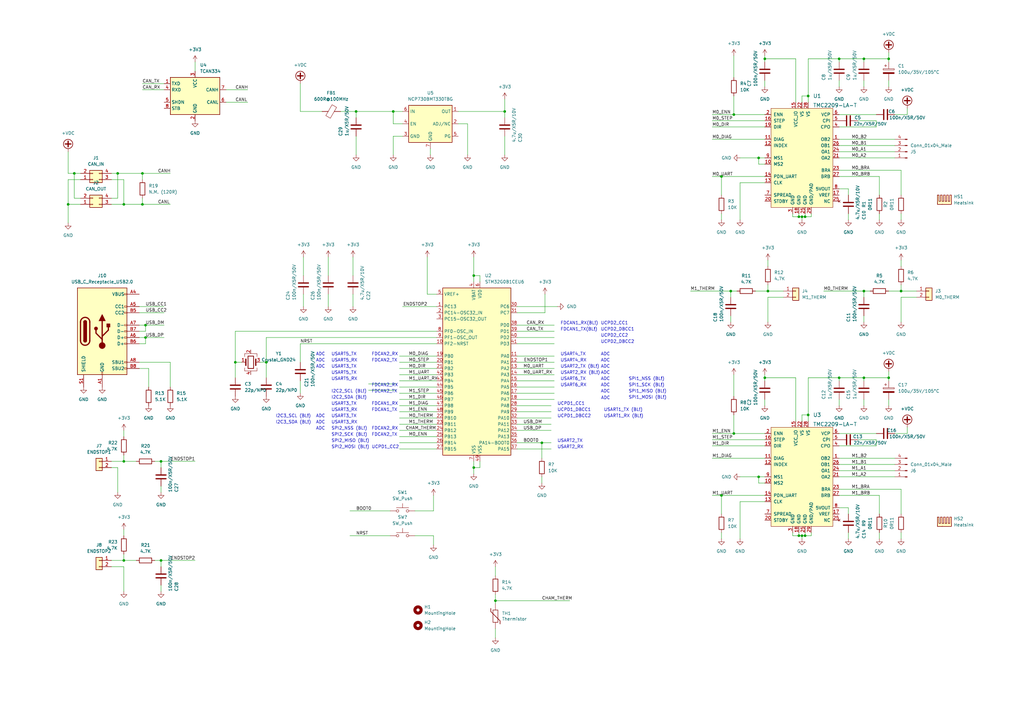
<source format=kicad_sch>
(kicad_sch (version 20211123) (generator eeschema)
  (paper "A3")
  (junction (at 311.15 195.58))
  (junction (at 66.04 189.23))
  (junction (at 364.49 24.13))
  (junction (at 311.15 64.77))
  (junction (at 314.96 119.38))
  (junction (at 58.42 83.82))
  (junction (at 50.8 83.82))
  (junction (at 109.22 148.59))
  (junction (at 50.8 189.23))
  (junction (at 59.69 138.43))
  (junction (at 59.69 133.35))
  (junction (at 203.2 246.38))
  (junction (at 48.26 71.12))
  (junction (at 369.57 119.38))
  (junction (at 194.31 113.03))
  (junction (at 295.91 203.2))
  (junction (at 331.47 170.18))
  (junction (at 66.04 229.87))
  (junction (at 313.69 24.13))
  (junction (at 30.48 71.12))
  (junction (at 328.93 88.9))
  (junction (at 330.2 219.71))
  (junction (at 222.25 181.61))
  (junction (at 161.29 45.72))
  (junction (at 354.33 24.13))
  (junction (at 327.66 88.9))
  (junction (at 364.49 154.94))
  (junction (at 27.94 83.82))
  (junction (at 354.33 154.94))
  (junction (at 354.33 119.38))
  (junction (at 194.31 191.77))
  (junction (at 328.93 219.71))
  (junction (at 50.8 229.87))
  (junction (at 313.69 154.94))
  (junction (at 330.2 88.9))
  (junction (at 300.99 46.99))
  (junction (at 58.42 71.12))
  (junction (at 344.17 24.13))
  (junction (at 344.17 154.94))
  (junction (at 295.91 72.39))
  (junction (at 300.99 177.8))
  (junction (at 207.01 45.72))
  (junction (at 146.05 45.72))
  (junction (at 96.52 148.59))
  (junction (at 327.66 219.71))
  (junction (at 299.72 119.38))
  (junction (at 331.47 39.37))
  (wire (pts (xy 66.04 240.03) (xy 66.04 242.57)))
  (wire (pts (xy 212.09 146.05) (xy 227.33 146.05)))
  (wire (pts (xy 330.2 219.71) (xy 332.74 219.71)))
  (wire (pts (xy 313.69 154.94) (xy 313.69 156.21)))
  (wire (pts (xy 222.25 181.61) (xy 226.06 181.61)))
  (wire (pts (xy 331.47 41.91) (xy 331.47 39.37)))
  (wire (pts (xy 170.18 209.55) (xy 177.8 209.55)))
  (wire (pts (xy 212.09 138.43) (xy 227.33 138.43)))
  (wire (pts (xy 58.42 71.12) (xy 58.42 73.66)))
  (wire (pts (xy 212.09 166.37) (xy 226.06 166.37)))
  (wire (pts (xy 165.1 50.8) (xy 161.29 50.8)))
  (wire (pts (xy 212.09 161.29) (xy 227.33 161.29)))
  (wire (pts (xy 57.15 138.43) (xy 59.69 138.43)))
  (wire (pts (xy 311.15 64.77) (xy 313.69 64.77)))
  (wire (pts (xy 161.29 55.88) (xy 161.29 63.5)))
  (wire (pts (xy 354.33 24.13) (xy 354.33 25.4)))
  (wire (pts (xy 326.39 24.13) (xy 326.39 41.91)))
  (wire (pts (xy 96.52 148.59) (xy 99.06 148.59)))
  (wire (pts (xy 295.91 218.44) (xy 295.91 220.98)))
  (wire (pts (xy 58.42 36.83) (xy 67.31 36.83)))
  (wire (pts (xy 151.13 157.48) (xy 162.56 157.48)))
  (wire (pts (xy 332.74 219.71) (xy 332.74 218.44)))
  (wire (pts (xy 207.01 45.72) (xy 207.01 48.26)))
  (wire (pts (xy 222.25 195.58) (xy 222.25 198.12)))
  (wire (pts (xy 45.72 73.66) (xy 50.8 73.66)))
  (wire (pts (xy 344.17 69.85) (xy 369.57 69.85)))
  (wire (pts (xy 48.26 71.12) (xy 58.42 71.12)))
  (wire (pts (xy 196.85 115.57) (xy 196.85 113.03)))
  (wire (pts (xy 45.72 71.12) (xy 48.26 71.12)))
  (wire (pts (xy 300.99 22.86) (xy 300.99 31.75)))
  (wire (pts (xy 212.09 156.21) (xy 227.33 156.21)))
  (wire (pts (xy 328.93 88.9) (xy 330.2 88.9)))
  (wire (pts (xy 179.07 120.65) (xy 175.26 120.65)))
  (wire (pts (xy 364.49 154.94) (xy 364.49 156.21)))
  (wire (pts (xy 344.17 33.02) (xy 344.17 35.56)))
  (wire (pts (xy 295.91 210.82) (xy 295.91 203.2)))
  (wire (pts (xy 50.8 232.41) (xy 50.8 242.57)))
  (wire (pts (xy 175.26 105.41) (xy 175.26 120.65)))
  (wire (pts (xy 292.1 180.34) (xy 313.69 180.34)))
  (wire (pts (xy 212.09 148.59) (xy 227.33 148.59)))
  (wire (pts (xy 313.69 198.12) (xy 311.15 198.12)))
  (wire (pts (xy 132.08 45.72) (xy 123.19 45.72)))
  (wire (pts (xy 179.07 138.43) (xy 109.22 138.43)))
  (wire (pts (xy 369.57 87.63) (xy 369.57 90.17)))
  (wire (pts (xy 50.8 229.87) (xy 45.72 229.87)))
  (wire (pts (xy 311.15 195.58) (xy 313.69 195.58)))
  (wire (pts (xy 359.41 52.07) (xy 359.41 49.53)))
  (wire (pts (xy 354.33 24.13) (xy 344.17 24.13)))
  (wire (pts (xy 360.68 203.2) (xy 360.68 210.82)))
  (wire (pts (xy 314.96 121.92) (xy 314.96 132.08)))
  (wire (pts (xy 344.17 59.69) (xy 367.03 59.69)))
  (wire (pts (xy 367.03 46.99) (xy 372.11 46.99)))
  (wire (pts (xy 292.1 187.96) (xy 313.69 187.96)))
  (wire (pts (xy 344.17 24.13) (xy 344.17 25.4)))
  (wire (pts (xy 326.39 24.13) (xy 313.69 24.13)))
  (wire (pts (xy 50.8 189.23) (xy 50.8 186.69)))
  (wire (pts (xy 196.85 189.23) (xy 196.85 191.77)))
  (wire (pts (xy 144.78 105.41) (xy 144.78 113.03)))
  (wire (pts (xy 194.31 189.23) (xy 194.31 191.77)))
  (wire (pts (xy 187.96 45.72) (xy 207.01 45.72)))
  (wire (pts (xy 69.85 158.75) (xy 69.85 148.59)))
  (wire (pts (xy 66.04 199.39) (xy 66.04 201.93)))
  (wire (pts (xy 321.31 119.38) (xy 314.96 119.38)))
  (wire (pts (xy 354.33 24.13) (xy 364.49 24.13)))
  (wire (pts (xy 92.71 41.91) (xy 101.6 41.91)))
  (wire (pts (xy 369.57 69.85) (xy 369.57 80.01)))
  (wire (pts (xy 212.09 163.83) (xy 227.33 163.83)))
  (wire (pts (xy 331.47 154.94) (xy 331.47 170.18)))
  (wire (pts (xy 207.01 40.64) (xy 207.01 45.72)))
  (wire (pts (xy 344.17 208.28) (xy 347.98 208.28)))
  (wire (pts (xy 45.72 191.77) (xy 48.26 191.77)))
  (wire (pts (xy 106.68 148.59) (xy 109.22 148.59)))
  (wire (pts (xy 292.1 57.15) (xy 313.69 57.15)))
  (wire (pts (xy 33.02 83.82) (xy 27.94 83.82)))
  (wire (pts (xy 212.09 184.15) (xy 226.06 184.15)))
  (wire (pts (xy 299.72 129.54) (xy 299.72 132.08)))
  (wire (pts (xy 212.09 168.91) (xy 226.06 168.91)))
  (wire (pts (xy 328.93 219.71) (xy 330.2 219.71)))
  (wire (pts (xy 344.17 193.04) (xy 367.03 193.04)))
  (wire (pts (xy 292.1 52.07) (xy 313.69 52.07)))
  (wire (pts (xy 328.93 88.9) (xy 328.93 90.17)))
  (wire (pts (xy 109.22 138.43) (xy 109.22 148.59)))
  (wire (pts (xy 344.17 195.58) (xy 367.03 195.58)))
  (wire (pts (xy 163.83 146.05) (xy 179.07 146.05)))
  (wire (pts (xy 59.69 135.89) (xy 59.69 133.35)))
  (wire (pts (xy 179.07 135.89) (xy 96.52 135.89)))
  (wire (pts (xy 303.53 195.58) (xy 311.15 195.58)))
  (wire (pts (xy 123.19 156.21) (xy 123.19 161.29)))
  (wire (pts (xy 354.33 154.94) (xy 354.33 156.21)))
  (wire (pts (xy 66.04 229.87) (xy 63.5 229.87)))
  (wire (pts (xy 163.83 161.29) (xy 179.07 161.29)))
  (wire (pts (xy 330.2 88.9) (xy 332.74 88.9)))
  (wire (pts (xy 311.15 67.31) (xy 311.15 64.77)))
  (wire (pts (xy 80.01 229.87) (xy 66.04 229.87)))
  (wire (pts (xy 344.17 77.47) (xy 347.98 77.47)))
  (wire (pts (xy 50.8 189.23) (xy 45.72 189.23)))
  (wire (pts (xy 165.1 55.88) (xy 161.29 55.88)))
  (wire (pts (xy 344.17 203.2) (xy 360.68 203.2)))
  (wire (pts (xy 165.1 125.73) (xy 179.07 125.73)))
  (wire (pts (xy 144.78 120.65) (xy 144.78 125.73)))
  (wire (pts (xy 33.02 71.12) (xy 30.48 71.12)))
  (wire (pts (xy 123.19 148.59) (xy 123.19 140.97)))
  (wire (pts (xy 96.52 135.89) (xy 96.52 148.59)))
  (wire (pts (xy 354.33 33.02) (xy 354.33 35.56)))
  (wire (pts (xy 314.96 119.38) (xy 314.96 116.84)))
  (wire (pts (xy 57.15 151.13) (xy 60.96 151.13)))
  (wire (pts (xy 212.09 176.53) (xy 226.06 176.53)))
  (wire (pts (xy 364.49 33.02) (xy 364.49 35.56)))
  (wire (pts (xy 292.1 203.2) (xy 295.91 203.2)))
  (wire (pts (xy 191.77 50.8) (xy 191.77 63.5)))
  (wire (pts (xy 50.8 176.53) (xy 50.8 179.07)))
  (wire (pts (xy 347.98 87.63) (xy 347.98 90.17)))
  (wire (pts (xy 326.39 154.94) (xy 326.39 172.72)))
  (wire (pts (xy 295.91 87.63) (xy 295.91 90.17)))
  (wire (pts (xy 203.2 246.38) (xy 203.2 247.65)))
  (wire (pts (xy 300.99 170.18) (xy 300.99 177.8)))
  (wire (pts (xy 57.15 128.27) (xy 67.31 128.27)))
  (wire (pts (xy 351.79 180.34) (xy 359.41 180.34)))
  (wire (pts (xy 163.83 168.91) (xy 179.07 168.91)))
  (wire (pts (xy 347.98 77.47) (xy 347.98 80.01)))
  (wire (pts (xy 60.96 151.13) (xy 60.96 158.75)))
  (wire (pts (xy 327.66 87.63) (xy 327.66 88.9)))
  (wire (pts (xy 80.01 189.23) (xy 66.04 189.23)))
  (wire (pts (xy 212.09 171.45) (xy 226.06 171.45)))
  (wire (pts (xy 344.17 200.66) (xy 369.57 200.66)))
  (wire (pts (xy 109.22 148.59) (xy 109.22 154.94)))
  (wire (pts (xy 330.2 218.44) (xy 330.2 219.71)))
  (wire (pts (xy 151.13 160.02) (xy 162.56 160.02)))
  (wire (pts (xy 364.49 24.13) (xy 364.49 25.4)))
  (wire (pts (xy 300.99 39.37) (xy 300.99 46.99)))
  (wire (pts (xy 212.09 140.97) (xy 227.33 140.97)))
  (wire (pts (xy 176.53 60.96) (xy 176.53 63.5)))
  (wire (pts (xy 80.01 25.4) (xy 80.01 29.21)))
  (wire (pts (xy 360.68 72.39) (xy 360.68 80.01)))
  (wire (pts (xy 170.18 219.71) (xy 177.8 219.71)))
  (wire (pts (xy 203.2 243.84) (xy 203.2 246.38)))
  (wire (pts (xy 344.17 154.94) (xy 344.17 156.21)))
  (wire (pts (xy 360.68 218.44) (xy 360.68 220.98)))
  (wire (pts (xy 313.69 22.86) (xy 313.69 24.13)))
  (wire (pts (xy 314.96 106.68) (xy 314.96 109.22)))
  (wire (pts (xy 303.53 205.74) (xy 303.53 220.98)))
  (wire (pts (xy 212.09 181.61) (xy 222.25 181.61)))
  (wire (pts (xy 163.83 173.99) (xy 179.07 173.99)))
  (wire (pts (xy 123.19 34.29) (xy 123.19 45.72)))
  (wire (pts (xy 344.17 24.13) (xy 331.47 24.13)))
  (wire (pts (xy 163.83 156.21) (xy 179.07 156.21)))
  (wire (pts (xy 50.8 83.82) (xy 58.42 83.82)))
  (wire (pts (xy 326.39 154.94) (xy 313.69 154.94)))
  (wire (pts (xy 57.15 140.97) (xy 59.69 140.97)))
  (wire (pts (xy 212.09 151.13) (xy 227.33 151.13)))
  (wire (pts (xy 50.8 229.87) (xy 50.8 227.33)))
  (wire (pts (xy 360.68 87.63) (xy 360.68 90.17)))
  (wire (pts (xy 344.17 187.96) (xy 367.03 187.96)))
  (wire (pts (xy 328.93 170.18) (xy 328.93 172.72)))
  (wire (pts (xy 292.1 46.99) (xy 300.99 46.99)))
  (wire (pts (xy 375.92 121.92) (xy 369.57 121.92)))
  (wire (pts (xy 45.72 81.28) (xy 48.26 81.28)))
  (wire (pts (xy 372.11 177.8) (xy 372.11 175.26)))
  (wire (pts (xy 303.53 205.74) (xy 313.69 205.74)))
  (wire (pts (xy 212.09 173.99) (xy 226.06 173.99)))
  (wire (pts (xy 359.41 46.99) (xy 344.17 46.99)))
  (wire (pts (xy 292.1 182.88) (xy 313.69 182.88)))
  (wire (pts (xy 203.2 257.81) (xy 203.2 261.62)))
  (wire (pts (xy 344.17 64.77) (xy 367.03 64.77)))
  (wire (pts (xy 66.04 189.23) (xy 63.5 189.23)))
  (wire (pts (xy 203.2 246.38) (xy 233.68 246.38)))
  (wire (pts (xy 134.62 120.65) (xy 134.62 125.73)))
  (wire (pts (xy 57.15 135.89) (xy 59.69 135.89)))
  (wire (pts (xy 328.93 219.71) (xy 328.93 220.98)))
  (wire (pts (xy 207.01 55.88) (xy 207.01 63.5)))
  (wire (pts (xy 55.88 229.87) (xy 50.8 229.87)))
  (wire (pts (xy 313.69 24.13) (xy 313.69 25.4)))
  (wire (pts (xy 59.69 133.35) (xy 67.31 133.35)))
  (wire (pts (xy 347.98 218.44) (xy 347.98 220.98)))
  (wire (pts (xy 344.17 57.15) (xy 367.03 57.15)))
  (wire (pts (xy 33.02 81.28) (xy 30.48 81.28)))
  (wire (pts (xy 27.94 62.23) (xy 27.94 71.12)))
  (wire (pts (xy 50.8 232.41) (xy 45.72 232.41)))
  (wire (pts (xy 187.96 50.8) (xy 191.77 50.8)))
  (wire (pts (xy 295.91 203.2) (xy 313.69 203.2)))
  (wire (pts (xy 295.91 80.01) (xy 295.91 72.39)))
  (wire (pts (xy 212.09 128.27) (xy 223.52 128.27)))
  (wire (pts (xy 331.47 172.72) (xy 331.47 170.18)))
  (wire (pts (xy 196.85 113.03) (xy 194.31 113.03)))
  (wire (pts (xy 372.11 46.99) (xy 372.11 44.45)))
  (wire (pts (xy 212.09 133.35) (xy 227.33 133.35)))
  (wire (pts (xy 223.52 120.65) (xy 223.52 128.27)))
  (wire (pts (xy 134.62 105.41) (xy 134.62 113.03)))
  (wire (pts (xy 163.83 148.59) (xy 179.07 148.59)))
  (wire (pts (xy 354.33 119.38) (xy 354.33 121.92)))
  (wire (pts (xy 354.33 154.94) (xy 344.17 154.94)))
  (wire (pts (xy 299.72 119.38) (xy 299.72 121.92)))
  (wire (pts (xy 327.66 219.71) (xy 328.93 219.71)))
  (wire (pts (xy 96.52 148.59) (xy 96.52 154.94)))
  (wire (pts (xy 321.31 121.92) (xy 314.96 121.92)))
  (wire (pts (xy 160.02 209.55) (xy 143.51 209.55)))
  (wire (pts (xy 364.49 163.83) (xy 364.49 166.37)))
  (wire (pts (xy 33.02 73.66) (xy 27.94 73.66)))
  (wire (pts (xy 292.1 49.53) (xy 313.69 49.53)))
  (wire (pts (xy 59.69 140.97) (xy 59.69 138.43)))
  (wire (pts (xy 139.7 45.72) (xy 146.05 45.72)))
  (wire (pts (xy 194.31 191.77) (xy 194.31 194.31)))
  (wire (pts (xy 212.09 125.73) (xy 228.6 125.73)))
  (wire (pts (xy 311.15 198.12) (xy 311.15 195.58)))
  (wire (pts (xy 356.87 119.38) (xy 354.33 119.38)))
  (wire (pts (xy 163.83 153.67) (xy 179.07 153.67)))
  (wire (pts (xy 194.31 113.03) (xy 194.31 115.57)))
  (wire (pts (xy 45.72 83.82) (xy 50.8 83.82)))
  (wire (pts (xy 163.83 184.15) (xy 179.07 184.15)))
  (wire (pts (xy 344.17 154.94) (xy 331.47 154.94)))
  (wire (pts (xy 123.19 140.97) (xy 179.07 140.97)))
  (wire (pts (xy 364.49 152.4) (xy 364.49 154.94)))
  (wire (pts (xy 58.42 83.82) (xy 69.85 83.82)))
  (wire (pts (xy 283.21 119.38) (xy 299.72 119.38)))
  (wire (pts (xy 359.41 182.88) (xy 359.41 180.34)))
  (wire (pts (xy 163.83 151.13) (xy 179.07 151.13)))
  (wire (pts (xy 143.51 219.71) (xy 160.02 219.71)))
  (wire (pts (xy 66.04 189.23) (xy 66.04 191.77)))
  (wire (pts (xy 327.66 218.44) (xy 327.66 219.71)))
  (wire (pts (xy 375.92 119.38) (xy 369.57 119.38)))
  (wire (pts (xy 48.26 81.28) (xy 48.26 71.12)))
  (wire (pts (xy 367.03 177.8) (xy 372.11 177.8)))
  (wire (pts (xy 313.69 33.02) (xy 313.69 35.56)))
  (wire (pts (xy 30.48 81.28) (xy 30.48 71.12)))
  (wire (pts (xy 351.79 49.53) (xy 359.41 49.53)))
  (wire (pts (xy 292.1 72.39) (xy 295.91 72.39)))
  (wire (pts (xy 369.57 121.92) (xy 369.57 132.08)))
  (wire (pts (xy 27.94 73.66) (xy 27.94 83.82)))
  (wire (pts (xy 354.33 163.83) (xy 354.33 166.37)))
  (wire (pts (xy 331.47 170.18) (xy 328.93 170.18)))
  (wire (pts (xy 177.8 219.71) (xy 177.8 223.52)))
  (wire (pts (xy 303.53 74.93) (xy 303.53 90.17)))
  (wire (pts (xy 344.17 182.88) (xy 359.41 182.88)))
  (wire (pts (xy 57.15 125.73) (xy 67.31 125.73)))
  (wire (pts (xy 58.42 81.28) (xy 58.42 83.82)))
  (wire (pts (xy 146.05 55.88) (xy 146.05 63.5)))
  (wire (pts (xy 146.05 45.72) (xy 161.29 45.72)))
  (wire (pts (xy 325.12 88.9) (xy 327.66 88.9)))
  (wire (pts (xy 69.85 148.59) (xy 57.15 148.59)))
  (wire (pts (xy 359.41 177.8) (xy 344.17 177.8)))
  (wire (pts (xy 292.1 177.8) (xy 300.99 177.8)))
  (wire (pts (xy 328.93 39.37) (xy 328.93 41.91)))
  (wire (pts (xy 58.42 34.29) (xy 67.31 34.29)))
  (wire (pts (xy 295.91 72.39) (xy 313.69 72.39)))
  (wire (pts (xy 177.8 203.2) (xy 177.8 209.55)))
  (wire (pts (xy 347.98 208.28) (xy 347.98 210.82)))
  (wire (pts (xy 124.46 105.41) (xy 124.46 113.03)))
  (wire (pts (xy 331.47 39.37) (xy 328.93 39.37)))
  (wire (pts (xy 30.48 71.12) (xy 27.94 71.12)))
  (wire (pts (xy 92.71 36.83) (xy 101.6 36.83)))
  (wire (pts (xy 163.83 179.07) (xy 179.07 179.07)))
  (wire (pts (xy 300.99 153.67) (xy 300.99 162.56)))
  (wire (pts (xy 332.74 88.9) (xy 332.74 87.63)))
  (wire (pts (xy 364.49 119.38) (xy 369.57 119.38)))
  (wire (pts (xy 325.12 87.63) (xy 325.12 88.9)))
  (wire (pts (xy 369.57 119.38) (xy 369.57 116.84)))
  (wire (pts (xy 354.33 154.94) (xy 364.49 154.94)))
  (wire (pts (xy 313.69 177.8) (xy 300.99 177.8)))
  (wire (pts (xy 344.17 163.83) (xy 344.17 166.37)))
  (wire (pts (xy 303.53 74.93) (xy 313.69 74.93)))
  (wire (pts (xy 124.46 120.65) (xy 124.46 125.73)))
  (wire (pts (xy 325.12 218.44) (xy 325.12 219.71)))
  (wire (pts (xy 369.57 106.68) (xy 369.57 109.22)))
  (wire (pts (xy 66.04 229.87) (xy 66.04 232.41)))
  (wire (pts (xy 331.47 24.13) (xy 331.47 39.37)))
  (wire (pts (xy 369.57 218.44) (xy 369.57 220.98)))
  (wire (pts (xy 302.26 119.38) (xy 299.72 119.38)))
  (wire (pts (xy 303.53 64.77) (xy 311.15 64.77)))
  (wire (pts (xy 344.17 190.5) (xy 367.03 190.5)))
  (wire (pts (xy 196.85 191.77) (xy 194.31 191.77)))
  (wire (pts (xy 161.29 45.72) (xy 165.1 45.72)))
  (wire (pts (xy 58.42 71.12) (xy 69.85 71.12)))
  (wire (pts (xy 344.17 52.07) (xy 359.41 52.07)))
  (wire (pts (xy 344.17 72.39) (xy 360.68 72.39)))
  (wire (pts (xy 163.83 166.37) (xy 179.07 166.37)))
  (wire (pts (xy 337.82 119.38) (xy 354.33 119.38)))
  (wire (pts (xy 212.09 153.67) (xy 227.33 153.67)))
  (wire (pts (xy 364.49 21.59) (xy 364.49 24.13)))
  (wire (pts (xy 313.69 163.83) (xy 313.69 166.37)))
  (wire (pts (xy 309.88 119.38) (xy 314.96 119.38)))
  (wire (pts (xy 59.69 138.43) (xy 67.31 138.43)))
  (wire (pts (xy 344.17 62.23) (xy 367.03 62.23)))
  (wire (pts (xy 325.12 219.71) (xy 327.66 219.71)))
  (wire (pts (xy 330.2 87.63) (xy 330.2 88.9)))
  (wire (pts (xy 163.83 158.75) (xy 179.07 158.75)))
  (wire (pts (xy 369.57 200.66) (xy 369.57 210.82)))
  (wire (pts (xy 50.8 217.17) (xy 50.8 219.71)))
  (wire (pts (xy 146.05 48.26) (xy 146.05 45.72)))
  (wire (pts (xy 313.69 153.67) (xy 313.69 154.94)))
  (wire (pts (xy 222.25 181.61) (xy 222.25 187.96)))
  (wire (pts (xy 212.09 135.89) (xy 227.33 135.89)))
  (wire (pts (xy 161.29 50.8) (xy 161.29 45.72)))
  (wire (pts (xy 313.69 67.31) (xy 311.15 67.31)))
  (wire (pts (xy 48.26 191.77) (xy 48.26 201.93)))
  (wire (pts (xy 50.8 83.82) (xy 50.8 73.66)))
  (wire (pts (xy 212.09 158.75) (xy 227.33 158.75)))
  (wire (pts (xy 163.83 163.83) (xy 179.07 163.83)))
  (wire (pts (xy 163.83 171.45) (xy 179.07 171.45)))
  (wire (pts (xy 163.83 176.53) (xy 179.07 176.53)))
  (wire (pts (xy 27.94 83.82) (xy 27.94 91.44)))
  (wire (pts (xy 163.83 181.61) (xy 179.07 181.61)))
  (wire (pts (xy 313.69 46.99) (xy 300.99 46.99)))
  (wire (pts (xy 354.33 129.54) (xy 354.33 132.08)))
  (wire (pts (xy 57.15 133.35) (xy 59.69 133.35)))
  (wire (pts (xy 203.2 232.41) (xy 203.2 236.22)))
  (wire (pts (xy 327.66 88.9) (xy 328.93 88.9)))
  (wire (pts (xy 55.88 189.23) (xy 50.8 189.23)))
  (wire (pts (xy 194.31 105.41) (xy 194.31 113.03)))
  (text "SPI2_MOSI (BL!)" (at 135.89 184.15 0) (effects (font (size 1.27 1.27)) (justify left bottom)))
  (text "USART5_RX" (at 135.89 148.59 0) (effects (font (size 1.27 1.27)) (justify left bottom)))
  (text "ADC" (at 129.54 146.05 0) (effects (font (size 1.27 1.27)) (justify left bottom)))
  (text "USART4_RX" (at 229.87 148.59 0) (effects (font (size 1.27 1.27)) (justify left bottom)))
  (text "UCPD2_DBCC1" (at 246.38 135.89 0) (effects (font (size 1.27 1.27)) (justify left bottom)))
  (text "ADC" (at 246.38 146.05 0) (effects (font (size 1.27 1.27)) (justify left bottom)))
  (text "serial port" (at 203.2 -26.67 0) (effects (font (size 1.27 1.27)) (justify left bottom)))
  (text "FDCAN2_RX" (at 152.4 146.05 0) (effects (font (size 1.27 1.27)) (justify left bottom)))
  (text "UCPD1_CC2" (at 152.4 184.15 0) (effects (font (size 1.27 1.27)) (justify left bottom)))
  (text "USART3_TX" (at 135.89 151.13 0) (effects (font (size 1.27 1.27)) (justify left bottom)))
  (text "FDCAN2_RX" (at 152.4 176.53 0) (effects (font (size 1.27 1.27)) (justify left bottom)))
  (text "ADC" (at 129.54 173.99 0) (effects (font (size 1.27 1.27)) (justify left bottom)))
  (text "USART4_TX" (at 229.87 146.05 0) (effects (font (size 1.27 1.27)) (justify left bottom)))
  (text "ADC" (at 246.38 156.21 0) (effects (font (size 1.27 1.27)) (justify left bottom)))
  (text "ADC" (at 246.38 151.13 0) (effects (font (size 1.27 1.27)) (justify left bottom)))
  (text "FDCAN2_TX" (at 152.4 179.07 0) (effects (font (size 1.27 1.27)) (justify left bottom)))
  (text "FDCAN1_RX" (at 152.4 166.37 0) (effects (font (size 1.27 1.27)) (justify left bottom)))
  (text "UCPD1_CC1" (at 228.6 166.37 0) (effects (font (size 1.27 1.27)) (justify left bottom)))
  (text "SPI1_SCK (BL!)" (at 257.81 158.75 0) (effects (font (size 1.27 1.27)) (justify left bottom)))
  (text "SPI2_MISO (BL!)" (at 135.89 181.61 0) (effects (font (size 1.27 1.27)) (justify left bottom)))
  (text "USART1_TX (BL!)" (at 247.65 168.91 0) (effects (font (size 1.27 1.27)) (justify left bottom)))
  (text "USART2_TX" (at 228.6 181.61 0) (effects (font (size 1.27 1.27)) (justify left bottom)))
  (text "I2C3_SDA (BL!)" (at 113.03 173.99 0) (effects (font (size 1.27 1.27)) (justify left bottom)))
  (text "USART3_TX" (at 135.89 171.45 0) (effects (font (size 1.27 1.27)) (justify left bottom)))
  (text "USART2_TX (BL!)" (at 229.87 151.13 0) (effects (font (size 1.27 1.27)) (justify left bottom)))
  (text "FDCAN2_RX" (at 152.4 158.75 0) (effects (font (size 1.27 1.27)) (justify left bottom)))
  (text "USART5_TX" (at 135.89 153.67 0) (effects (font (size 1.27 1.27)) (justify left bottom)))
  (text "ADC" (at 246.4449 164.0435 0) (effects (font (size 1.27 1.27)) (justify left bottom)))
  (text "I2C3_SCL (BL!)" (at 113.03 171.45 0) (effects (font (size 1.27 1.27)) (justify left bottom)))
  (text "SPI1_MOSI (BL!)" (at 257.81 163.83 0) (effects (font (size 1.27 1.27)) (justify left bottom)))
  (text "ADC" (at 129.54 171.45 0) (effects (font (size 1.27 1.27)) (justify left bottom)))
  (text "SPI2_SCK (BL!)" (at 135.89 179.07 0) (effects (font (size 1.27 1.27)) (justify left bottom)))
  (text "FDCAN2_TX" (at 152.4 148.59 0) (effects (font (size 1.27 1.27)) (justify left bottom)))
  (text "FDCAN1_TX(BL!)" (at 229.87 135.89 0) (effects (font (size 1.27 1.27)) (justify left bottom)))
  (text "ADC" (at 129.54 151.13 0) (effects (font (size 1.27 1.27)) (justify left bottom)))
  (text "USART5_TX" (at 135.89 146.05 0) (effects (font (size 1.27 1.27)) (justify left bottom)))
  (text "USART5_RX" (at 135.89 156.21 0) (effects (font (size 1.27 1.27)) (justify left bottom)))
  (text "ADC" (at 246.38 161.29 0) (effects (font (size 1.27 1.27)) (justify left bottom)))
  (text "USART2_RX" (at 228.6 184.15 0) (effects (font (size 1.27 1.27)) (justify left bottom)))
  (text "USART3_RX" (at 135.89 168.91 0) (effects (font (size 1.27 1.27)) (justify left bottom)))
  (text "I2C2_SCL (BL!)" (at 135.89 161.29 0) (effects (font (size 1.27 1.27)) (justify left bottom)))
  (text "USART3_TX" (at 135.89 166.37 0) (effects (font (size 1.27 1.27)) (justify left bottom)))
  (text "FDCAN1_RX(BL!)" (at 229.87 133.35 0) (effects (font (size 1.27 1.27)) (justify left bottom)))
  (text "FDCAN1_TX" (at 152.4 168.91 0) (effects (font (size 1.27 1.27)) (justify left bottom)))
  (text "USART2_RX (BL!)" (at 229.87 153.67 0) (effects (font (size 1.27 1.27)) (justify left bottom)))
  (text "USART3_RX" (at 135.89 173.99 0) (effects (font (size 1.27 1.27)) (justify left bottom)))
  (text "USART1_RX (BL!)" (at 247.65 171.45 0) (effects (font (size 1.27 1.27)) (justify left bottom)))
  (text "SPI2_NSS (BL!)" (at 135.89 176.53 0) (effects (font (size 1.27 1.27)) (justify left bottom)))
  (text "USB Type-C upright\nC2763103\nC3039300\nC3039301\nC3151747\nC3151746" (at 214.63 -13.97 0) (effects (font (size 1.27 1.27)) (justify left bottom)))
  (text "ADC" (at 246.38 148.59 0) (effects (font (size 1.27 1.27)) (justify left bottom)))
  (text "USART6_RX" (at 229.87 158.75 0) (effects (font (size 1.27 1.27)) (justify left bottom)))
  (text "UCPD1_DBCC1" (at 228.6 168.91 0) (effects (font (size 1.27 1.27)) (justify left bottom)))
  (text "Achtung mit UARTS im Bootloader Modus\n" (at 156.21 -2.54 0) (effects (font (size 1.27 1.27)) (justify left bottom)))
  (text "I2C2_SDA (BL!)" (at 135.89 163.83 0) (effects (font (size 1.27 1.27)) (justify left bottom)))
  (text "ADC" (at 129.54 148.59 0) (effects (font (size 1.27 1.27)) (justify left bottom)))
  (text "SPI1_NSS (BL!)" (at 257.81 156.21 0) (effects (font (size 1.27 1.27)) (justify left bottom)))
  (text "ADC" (at 246.38 158.75 0) (effects (font (size 1.27 1.27)) (justify left bottom)))
  (text "FDCAN2_TX" (at 152.4 161.29 0) (effects (font (size 1.27 1.27)) (justify left bottom)))
  (text "UCPD2_CC2" (at 246.38 138.43 0) (effects (font (size 1.27 1.27)) (justify left bottom)))
  (text "SPI1_MISO (BL!)" (at 257.81 161.29 0) (effects (font (size 1.27 1.27)) (justify left bottom)))
  (text "ADC" (at 129.54 176.53 0) (effects (font (size 1.27 1.27)) (justify left bottom)))
  (text "UCPD2_CC1" (at 246.38 133.35 0) (effects (font (size 1.27 1.27)) (justify left bottom)))
  (text "UCPD1_DBCC2" (at 228.6 171.45 0) (effects (font (size 1.27 1.27)) (justify left bottom)))
  (text "UCPD2_DBCC2" (at 246.38 140.97 0) (effects (font (size 1.27 1.27)) (justify left bottom)))
  (text "ADC" (at 246.38 153.67 0) (effects (font (size 1.27 1.27)) (justify left bottom)))
  (text "USART6_TX" (at 229.87 156.21 0) (effects (font (size 1.27 1.27)) (justify left bottom)))
  (label "M1_DIR" (at 292.1 182.88 0))
  (label "USB_DM" (at 59.69 133.35 0))
  (label "M0_DIAG" (at 292.1 57.15 0))
  (label "ENDSTOP1" (at 224.79 148.59 180))
  (label "CANL" (at 96.52 41.91 0))
  (label "M1_THERM" (at 167.64 173.99 0))
  (label "M0_STEP" (at 292.1 49.53 0))
  (label "USB_CC2" (at 59.69 128.27 0))
  (label "M0_BRB" (at 349.25 72.39 0))
  (label "USB_DP" (at 214.63 176.53 0))
  (label "BOOT0" (at 146.05 209.55 0))
  (label "CANH" (at 96.52 36.83 0))
  (label "BOOT0" (at 214.63 181.61 0))
  (label "M0_DIR" (at 167.64 151.13 0))
  (label "M0_DIAG" (at 167.64 146.05 0))
  (label "M1_UART_RX" (at 167.64 156.21 0))
  (label "M0_UART" (at 214.63 151.13 0))
  (label "M1_BRB" (at 349.25 203.2 0))
  (label "M1_ENN" (at 292.1 177.8 0))
  (label "M0_THERM" (at 167.64 171.45 0))
  (label "M1_DIAG" (at 292.1 187.96 0))
  (label "M0_ENN" (at 167.64 179.07 0))
  (label "M1_THERM" (at 283.21 119.38 0))
  (label "M1_B2" (at 349.25 187.96 0))
  (label "ENDSTOP1" (at 80.01 189.23 180))
  (label "M1_STEP" (at 167.64 161.29 0))
  (label "M1_B1" (at 349.25 190.5 0))
  (label "CAN_TX" (at 215.9 135.89 0))
  (label "M0_BRA" (at 349.25 69.85 0))
  (label "CANL" (at 64.77 83.82 0))
  (label "M0_THERM" (at 337.82 119.38 0))
  (label "M0_UART" (at 292.1 72.39 0))
  (label "NRST" (at 146.05 219.71 0))
  (label "M1_STEP" (at 292.1 180.34 0))
  (label "M1_DIR" (at 167.64 163.83 0))
  (label "CAN_TX" (at 58.42 34.29 0))
  (label "M0_ENN" (at 292.1 46.99 0))
  (label "M0_A2" (at 349.25 64.77 0))
  (label "M0_STEP" (at 167.64 148.59 0))
  (label "USB_CC1" (at 59.69 125.73 0))
  (label "M1_BRA" (at 349.25 200.66 0))
  (label "CAN_RX" (at 58.42 36.83 0))
  (label "USB_DP" (at 59.69 138.43 0))
  (label "M1_A2" (at 349.25 195.58 0))
  (label "M0_A1" (at 349.25 62.23 0))
  (label "M1_UART" (at 167.64 153.67 0))
  (label "USB_DM" (at 214.63 173.99 0))
  (label "M1_DIAG" (at 167.64 166.37 0))
  (label "CHAM_THERM" (at 166.37 176.53 0))
  (label "M0_B1" (at 349.25 59.69 0))
  (label "CHAM_THERM" (at 222.25 246.38 0))
  (label "ENDSTOP2" (at 80.01 229.87 180))
  (label "CANH" (at 64.77 71.12 0))
  (label "M0_UART_RX" (at 214.63 153.67 0))
  (label "NRST" (at 123.19 140.97 0))
  (label "M1_ENN" (at 167.64 168.91 0))
  (label "ENDSTOP2" (at 175.26 125.73 180))
  (label "M0_B2" (at 349.25 57.15 0))
  (label "M1_A1" (at 349.25 193.04 0))
  (label "M1_UART" (at 292.1 203.2 0))
  (label "CAN_RX" (at 215.9 133.35 0))
  (label "M0_DIR" (at 292.1 52.07 0))
  (symbol (lib_id "Connector_Generic:Conn_01x02") (at 326.39 119.38 0) (unit 1)
    (property "Reference" "J4" (at 328.93 119.3799 0) (effects (justify left)))
    (property "Value" "M1_THERM" (at 328.93 121.9199 0) (effects (justify left)))
    (property "Footprint" "Connector_JST:JST_PH_B2B-PH-K_1x02_P2.00mm_Vertical" (effects hide))
  )
  (symbol (lib_id "Device:C") (at 124.46 116.84 180) (unit 1)
    (property "Reference" "C24" (at 118.11 123.19 90) (effects (justify right)))
    (property "Value" "100n/X5R/50V" (at 120.65 123.19 90) (effects (justify right)))
    (property "Footprint" "Capacitor_SMD:C_0603_1608Metric" (effects hide))
  )
  (symbol (lib_id "Device:C") (at 313.69 29.21 180) (unit 1)
    (property "Reference" "C7" (at 307.34 35.56 90) (effects (justify right)))
    (property "Value" "100n/X5R/50V" (at 309.88 35.56 90) (effects (justify right)))
    (property "Footprint" "Capacitor_SMD:C_0603_1608Metric" (effects hide))
  )
  (symbol (lib_id "power:+3V3") (at 124.46 105.41 0) (unit 1)
    (property "Reference" "#PWR0163" (effects hide))
    (property "Value" "+3V3" (at 124.46 100.33 0))
  )
  (symbol (lib_id "power:GND") (at 303.53 220.98 0) (unit 1)
    (property "Reference" "#PWR0135" (effects hide))
    (property "Value" "GND" (at 303.53 226.06 0))
  )
  (symbol (lib_id "Device:R") (at 59.69 229.87 270) (mirror x) (unit 1)
    (property "Reference" "R21" (at 59.69 223.5702 90))
    (property "Value" "4.7K" (at 59.69 226.1102 90))
    (property "Footprint" "Resistor_SMD:R_0603_1608Metric" (effects hide))
  )
  (symbol (lib_id "Device:R") (at 69.85 162.56 0) (mirror y) (unit 1)
    (property "Reference" "R15" (at 72.39 161.2899 0) (effects (justify right)))
    (property "Value" "5.1K" (at 72.39 163.8299 0) (effects (justify right)))
    (property "Footprint" "Resistor_SMD:R_0603_1608Metric" (effects hide))
  )
  (symbol (lib_id "power:GND") (at 369.57 220.98 0) (unit 1)
    (property "Reference" "#PWR0127" (effects hide))
    (property "Value" "GND" (at 369.57 226.06 0))
  )
  (symbol (lib_id "power:+3V3") (at 50.8 217.17 0) (mirror y) (unit 1)
    (property "Reference" "#PWR0166" (effects hide))
    (property "Value" "+3V3" (at 50.8 212.09 0))
  )
  (symbol (lib_id "Device:C") (at 347.98 180.34 270) (unit 1)
    (property "Reference" "C13" (at 351.79 179.07 90))
    (property "Value" "22n/X5R/50V" (at 356.87 181.61 90))
    (property "Footprint" "Capacitor_SMD:C_0603_1608Metric" (effects hide))
  )
  (symbol (lib_id "Device:R") (at 306.07 119.38 90) (unit 1)
    (property "Reference" "R11" (at 306.07 113.0802 90))
    (property "Value" "4.7K" (at 306.07 115.6202 90))
    (property "Footprint" "Resistor_SMD:R_0603_1608Metric" (effects hide))
  )
  (symbol (lib_id "power:GND") (at 123.19 161.29 0) (unit 1)
    (property "Reference" "#PWR0152" (effects hide))
    (property "Value" "GND" (at 123.19 166.37 0))
  )
  (symbol (lib_id "Connector_Generic:Conn_01x02") (at 381 119.38 0) (unit 1)
    (property "Reference" "J3" (at 383.54 119.3799 0) (effects (justify left)))
    (property "Value" "M0_THERM" (at 383.54 121.9199 0) (effects (justify left)))
    (property "Footprint" "Connector_JST:JST_PH_B2B-PH-K_1x02_P2.00mm_Vertical" (effects hide))
  )
  (symbol (lib_id "Device:R") (at 300.99 166.37 0) (unit 1)
    (property "Reference" "R8" (at 303.53 165.0999 0) (effects (justify left)))
    (property "Value" "10K" (at 303.53 167.6399 0) (effects (justify left)))
    (property "Footprint" "Resistor_SMD:R_0603_1608Metric" (effects hide))
  )
  (symbol (lib_id "Interface_CAN_LIN:TCAN334") (at 80.01 39.37 0) (unit 1)
    (property "Reference" "U4" (at 82.0294 26.67 0) (effects (justify left)))
    (property "Value" "TCAN334" (at 82.0294 29.21 0) (effects (justify left)))
    (property "Footprint" "Package_TO_SOT_SMD:SOT-23-8" (effects hide))
    (property "Datasheet" "http://www.ti.com/lit/ds/symlink/tcan337.pdf" (effects hide))
  )
  (symbol (lib_id "Device:C") (at 146.05 52.07 180) (unit 1)
    (property "Reference" "C29" (at 139.7 55.88 90) (effects (justify right)))
    (property "Value" "1u/X5R/50V" (at 142.24 55.88 90) (effects (justify right)))
    (property "Footprint" "Capacitor_SMD:C_0805_2012Metric" (effects hide))
  )
  (symbol (lib_id "Device:R") (at 222.25 191.77 0) (unit 1)
    (property "Reference" "R?" (at 224.79 190.4999 0) (effects (justify left)))
    (property "Value" "10K" (at 224.79 193.0399 0) (effects (justify left)))
    (property "Footprint" "Resistor_SMD:R_0603_1608Metric" (effects hide))
  )
  (symbol (lib_id "Device:R") (at 314.96 113.03 0) (unit 1)
    (property "Reference" "R12" (at 317.5 111.7599 0) (effects (justify left)))
    (property "Value" "4.7K" (at 317.5 114.2999 0) (effects (justify left)))
    (property "Footprint" "Resistor_SMD:R_0603_1608Metric" (effects hide))
  )
  (symbol (lib_id "Mechanical:Heatsink") (at 387.35 83.82 0) (unit 1)
    (property "Reference" "HS1" (at 391.16 80.6449 0) (effects (justify left)))
    (property "Value" "Heatsink" (at 391.16 83.1849 0) (effects (justify left)))
    (property "Footprint" "Project:TMC2209-Heatsink" (effects hide))
  )
  (symbol (lib_id "power:GND") (at 41.91 158.75 0) (unit 1)
    (property "Reference" "#PWR0153" (effects hide))
    (property "Value" "GND" (at 41.91 163.83 0))
  )
  (symbol (lib_id "power:GND") (at 369.57 132.08 0) (unit 1)
    (property "Reference" "#PWR0119" (effects hide))
    (property "Value" "GND" (at 369.57 137.16 0))
  )
  (symbol (lib_id "power:GND") (at 66.04 201.93 0) (mirror y) (unit 1)
    (property "Reference" "#PWR0165" (effects hide))
    (property "Value" "GND" (at 66.04 207.01 0))
  )
  (symbol (lib_id "Device:C_Polarized") (at 364.49 29.21 0) (unit 1)
    (property "Reference" "C1" (at 368.3 27.0509 0) (effects (justify left)))
    (property "Value" "100u/35V/105°C" (at 368.3 29.5909 0) (effects (justify left)))
    (property "Footprint" "Capacitor_THT:CP_Radial_D6.3mm_P2.50mm" (effects hide))
  )
  (symbol (lib_id "Device:C") (at 354.33 125.73 180) (unit 1)
    (property "Reference" "C11" (at 347.98 132.08 90) (effects (justify right)))
    (property "Value" "100n/X5R/50V" (at 350.52 132.08 90) (effects (justify right)))
    (property "Footprint" "Capacitor_SMD:C_0603_1608Metric" (effects hide))
  )
  (symbol (lib_id "power:+VDC") (at 364.49 152.4 0) (unit 1)
    (property "Reference" "#PWR0126" (effects hide))
    (property "Value" "+VDC" (at 364.49 144.78 0))
  )
  (symbol (lib_id "Device:C") (at 134.62 116.84 180) (unit 1)
    (property "Reference" "C26" (at 128.27 123.19 90) (effects (justify right)))
    (property "Value" "100n/X5R/50V" (at 130.81 123.19 90) (effects (justify right)))
    (property "Footprint" "Capacitor_SMD:C_0603_1608Metric" (effects hide))
  )
  (symbol (lib_id "Device:R") (at 369.57 214.63 180) (unit 1)
    (property "Reference" "R10" (at 363.22 214.63 90))
    (property "Value" "0R11" (at 365.76 214.63 90))
    (property "Footprint" "Resistor_SMD:R_1206_3216Metric" (effects hide))
  )
  (symbol (lib_id "power:GND") (at 207.01 63.5 0) (unit 1)
    (property "Reference" "#PWR0177" (effects hide))
    (property "Value" "GND" (at 207.01 68.58 0))
  )
  (symbol (lib_id "Device:C") (at 299.72 125.73 180) (unit 1)
    (property "Reference" "C18" (at 293.37 132.08 90) (effects (justify right)))
    (property "Value" "100n/X5R/50V" (at 295.91 132.08 90) (effects (justify right)))
    (property "Footprint" "Capacitor_SMD:C_0603_1608Metric" (effects hide))
  )
  (symbol (lib_id "power:+VDC") (at 364.49 21.59 0) (unit 1)
    (property "Reference" "#PWR0103" (effects hide))
    (property "Value" "+VDC" (at 364.49 13.97 0))
  )
  (symbol (lib_name "TMC2209-LA-T_1") (lib_id "Project:TMC2209-LA-T") (at 341.63 44.45 0) (unit 1)
    (property "Reference" "U1" (at 333.4894 39.37 0) (effects (font (size 1.524 1.524)) (justify left)))
    (property "Value" "TMC2209-LA-T" (at 333.4894 43.18 0) (effects (font (size 1.524 1.524)) (justify left)))
    (property "Footprint" "Project:QFN-28-1EP_5x5mm_P0.5mm_EP3.35x3.35mm" (effects hide))
    (property "Datasheet" "https://www.trinamic.com/fileadmin/assets/Products/ICs_Documents/TMC2209_Datasheet_V103.pdf" (effects hide))
    (property "Digi-Key_PN" "1460-1398-2-ND" (effects hide))
    (property "MPN" "TMC2209-LA-T" (effects hide))
    (property "Category" "Integrated Circuits (ICs)" (effects hide))
    (property "Family" "PMIC - Motor Drivers, Controllers" (effects hide))
    (property "Description" "IC MTR DRV BIPOLAR 5.5-36V 28QFN" (effects hide))
    (property "Manufacturer" "Trinamic Motion Control GmbH" (effects hide))
    (property "Status" "Active" (effects hide))
  )
  (symbol (lib_id "power:GND") (at 369.57 90.17 0) (unit 1)
    (property "Reference" "#PWR0117" (effects hide))
    (property "Value" "GND" (at 369.57 95.25 0))
  )
  (symbol (lib_id "Project:STM32G0B1CxU") (at 181.61 118.11 0) (unit 1)
    (property "Reference" "U2" (at 198.8694 113.03 0) (effects (justify left)))
    (property "Value" "STM32G0B1CEU6" (at 198.8694 115.57 0) (effects (justify left)))
    (property "Footprint" "Package_DFN_QFN:QFN-48-1EP_7x7mm_P0.5mm_EP5.6x5.6mm" (effects hide))
  )
  (symbol (lib_id "power:GND") (at 96.52 162.56 0) (unit 1)
    (property "Reference" "#PWR0102" (effects hide))
    (property "Value" "GND" (at 96.52 167.64 0))
  )
  (symbol (lib_id "Connector_Generic:Conn_02x02_Top_Bottom") (at 38.1 73.66 0) (mirror x) (unit 1)
    (property "Reference" "J1" (at 39.37 64.77 0))
    (property "Value" "CAN_IN" (at 39.37 67.31 0))
    (property "Footprint" "Project:Molex_Micro-Fit_3.0_43045-0412_2x02_P3.00mm_Vertical" (effects hide))
  )
  (symbol (lib_id "power:GND") (at 360.68 220.98 0) (unit 1)
    (property "Reference" "#PWR0128" (effects hide))
    (property "Value" "GND" (at 360.68 226.06 0))
  )
  (symbol (lib_id "Device:C") (at 347.98 214.63 180) (unit 1)
    (property "Reference" "C14" (at 354.33 220.98 90) (effects (justify right)))
    (property "Value" "4.7u/X5R/10V" (at 351.79 220.98 90) (effects (justify right)))
    (property "Footprint" "Capacitor_SMD:C_0603_1608Metric" (effects hide))
  )
  (symbol (lib_id "power:GND") (at 313.69 166.37 0) (unit 1)
    (property "Reference" "#PWR0125" (effects hide))
    (property "Value" "GND" (at 313.69 171.45 0))
  )
  (symbol (lib_id "Connector:Conn_01x04_Male") (at 372.11 193.04 180) (unit 1)
    (property "Reference" "J6" (at 373.38 193.0401 0) (effects (justify right)))
    (property "Value" "Conn_01x04_Male" (at 373.38 190.5001 0) (effects (justify right)))
    (property "Footprint" "Connector_JST:JST_XA_B04B-XASK-1_1x04_P2.50mm_Vertical" (effects hide))
  )
  (symbol (lib_id "power:GND") (at 177.8 223.52 0) (unit 1)
    (property "Reference" "#PWR?" (effects hide))
    (property "Value" "GND" (at 177.8 228.6 0))
  )
  (symbol (lib_id "power:GND") (at 303.53 64.77 270) (unit 1)
    (property "Reference" "#PWR0115" (effects hide))
    (property "Value" "GND" (at 295.91 64.77 90) (effects (justify left)))
  )
  (symbol (lib_id "power:+3V3") (at 314.96 106.68 0) (unit 1)
    (property "Reference" "#PWR0137" (effects hide))
    (property "Value" "+3V3" (at 314.96 101.6 0))
  )
  (symbol (lib_id "power:+3V3") (at 207.01 40.64 0) (unit 1)
    (property "Reference" "#PWR0176" (effects hide))
    (property "Value" "+3V3" (at 207.01 35.56 0))
  )
  (symbol (lib_id "power:+3V3") (at 369.57 106.68 0) (unit 1)
    (property "Reference" "#PWR0118" (effects hide))
    (property "Value" "+3V3" (at 369.57 101.6 0))
  )
  (symbol (lib_id "power:GND") (at 344.17 166.37 0) (unit 1)
    (property "Reference" "#PWR0121" (effects hide))
    (property "Value" "GND" (at 344.17 171.45 0))
  )
  (symbol (lib_id "power:GND") (at 295.91 90.17 0) (unit 1)
    (property "Reference" "#PWR0110" (effects hide))
    (property "Value" "GND" (at 295.91 95.25 0))
  )
  (symbol (lib_id "Connector_Generic:Conn_02x02_Top_Bottom") (at 38.1 83.82 0) (mirror x) (unit 1)
    (property "Reference" "J2" (at 39.37 74.93 0))
    (property "Value" "CAN_OUT" (at 39.37 77.47 0))
    (property "Footprint" "Project:Molex_Micro-Fit_3.0_43045-0412_2x02_P3.00mm_Vertical" (effects hide))
  )
  (symbol (lib_id "power:GND") (at 364.49 166.37 0) (unit 1)
    (property "Reference" "#PWR0123" (effects hide))
    (property "Value" "GND" (at 364.49 171.45 0))
  )
  (symbol (lib_id "power:GND") (at 228.6 125.73 90) (unit 1)
    (property "Reference" "#PWR0155" (effects hide))
    (property "Value" "GND" (at 232.41 125.7299 90) (effects (justify right)))
  )
  (symbol (lib_id "power:GND") (at 50.8 242.57 0) (mirror y) (unit 1)
    (property "Reference" "#PWR0168" (effects hide))
    (property "Value" "GND" (at 50.8 247.65 0))
  )
  (symbol (lib_id "Device:C_Polarized") (at 364.49 160.02 0) (unit 1)
    (property "Reference" "C17" (at 368.3 157.8609 0) (effects (justify left)))
    (property "Value" "100u/35V/105°C" (at 368.3 160.4009 0) (effects (justify left)))
    (property "Footprint" "Capacitor_THT:CP_Radial_D6.3mm_P2.50mm" (effects hide))
  )
  (symbol (lib_id "Device:R") (at 50.8 182.88 0) (mirror y) (unit 1)
    (property "Reference" "R22" (at 48.26 181.6099 0) (effects (justify left)))
    (property "Value" "4.7K" (at 48.26 184.1499 0) (effects (justify left)))
    (property "Footprint" "Resistor_SMD:R_0603_1608Metric" (effects hide))
  )
  (symbol (lib_id "power:GND") (at 203.2 261.62 0) (unit 1)
    (property "Reference" "#PWR0147" (effects hide))
    (property "Value" "GND" (at 203.2 266.7 0))
  )
  (symbol (lib_id "power:+3V3") (at 144.78 105.41 0) (unit 1)
    (property "Reference" "#PWR0144" (effects hide))
    (property "Value" "+3V3" (at 144.78 100.33 0))
  )
  (symbol (lib_id "power:+3V3") (at 203.2 232.41 0) (unit 1)
    (property "Reference" "#PWR0146" (effects hide))
    (property "Value" "+3V3" (at 203.2 227.33 0))
  )
  (symbol (lib_id "power:GND") (at 347.98 90.17 0) (unit 1)
    (property "Reference" "#PWR0109" (effects hide))
    (property "Value" "GND" (at 347.98 95.25 0))
  )
  (symbol (lib_id "Device:Crystal_GND24") (at 102.87 148.59 0) (unit 1)
    (property "Reference" "Y1" (at 114.3 145.0086 0))
    (property "Value" "Crystal_GND24" (at 114.3 147.5486 0))
    (property "Footprint" "Crystal:Crystal_SMD_3225-4Pin_3.2x2.5mm" (effects hide))
  )
  (symbol (lib_id "power:+3V3") (at 194.31 105.41 0) (unit 1)
    (property "Reference" "#PWR0143" (effects hide))
    (property "Value" "+3V3" (at 194.31 100.33 0))
  )
  (symbol (lib_id "power:+3V3") (at 300.99 22.86 0) (unit 1)
    (property "Reference" "#PWR0113" (effects hide))
    (property "Value" "+3V3" (at 300.99 17.78 0))
  )
  (symbol (lib_id "power:GND") (at 222.25 198.12 0) (unit 1)
    (property "Reference" "#PWR?" (effects hide))
    (property "Value" "GND" (at 222.25 203.2 0))
  )
  (symbol (lib_id "Connector:USB_C_Receptacle_USB2.0") (at 41.91 135.89 0) (unit 1)
    (property "Reference" "J10" (at 41.91 113.03 0))
    (property "Value" "USB_C_Receptacle_USB2.0" (at 41.91 115.57 0))
    (property "Footprint" "Project:TYPE-C 16PLC-H10.0" (effects hide))
    (property "Datasheet" "https://www.usb.org/sites/default/files/documents/usb_type-c.zip" (effects hide))
  )
  (symbol (lib_id "Device:C") (at 344.17 160.02 180) (unit 1)
    (property "Reference" "C12" (at 337.82 163.83 90) (effects (justify right)))
    (property "Value" "1u/X5R/50V" (at 340.36 163.83 90) (effects (justify right)))
    (property "Footprint" "Capacitor_SMD:C_0805_2012Metric" (effects hide))
  )
  (symbol (lib_id "Device:C") (at 66.04 236.22 0) (mirror x) (unit 1)
    (property "Reference" "C28" (at 72.39 242.57 90) (effects (justify right)))
    (property "Value" "100n/X5R/50V" (at 69.85 242.57 90) (effects (justify right)))
    (property "Footprint" "Capacitor_SMD:C_0603_1608Metric" (effects hide))
  )
  (symbol (lib_id "Device:C") (at 347.98 49.53 270) (unit 1)
    (property "Reference" "C5" (at 351.79 48.26 90))
    (property "Value" "22n/X5R/50V" (at 356.87 50.8 90))
    (property "Footprint" "Capacitor_SMD:C_0603_1608Metric" (effects hide))
  )
  (symbol (lib_id "power:GND") (at 313.69 35.56 0) (unit 1)
    (property "Reference" "#PWR0114" (effects hide))
    (property "Value" "GND" (at 313.69 40.64 0))
  )
  (symbol (lib_id "Device:R") (at 203.2 240.03 0) (unit 1)
    (property "Reference" "R14" (at 205.74 238.7599 0) (effects (justify left)))
    (property "Value" "4.7K" (at 205.74 241.2999 0) (effects (justify left)))
    (property "Footprint" "Resistor_SMD:R_0603_1608Metric" (effects hide))
  )
  (symbol (lib_id "Device:C") (at 354.33 29.21 180) (unit 1)
    (property "Reference" "C9" (at 347.98 33.02 90) (effects (justify right)))
    (property "Value" "1u/X5R/50V" (at 350.52 33.02 90) (effects (justify right)))
    (property "Footprint" "Capacitor_SMD:C_0805_2012Metric" (effects hide))
  )
  (symbol (lib_id "power:GND") (at 134.62 125.73 0) (unit 1)
    (property "Reference" "#PWR0162" (effects hide))
    (property "Value" "GND" (at 134.62 130.81 0))
  )
  (symbol (lib_id "Switch:SW_Push") (at 165.1 219.71 0) (unit 1)
    (property "Reference" "SW?" (at 165.1 212.09 0))
    (property "Value" "SW_Push" (at 165.1 214.63 0))
    (property "Footprint" "Button_Switch_SMD:SW_SPST_CK_RS282G05A3" (effects hide))
  )
  (symbol (lib_id "power:+3V3") (at 313.69 22.86 0) (unit 1)
    (property "Reference" "#PWR0112" (effects hide))
    (property "Value" "+3V3" (at 313.69 17.78 0))
  )
  (symbol (lib_id "Device:C") (at 109.22 158.75 180) (unit 1)
    (property "Reference" "C4" (at 113.03 157.4799 0) (effects (justify right)))
    (property "Value" "22p/NP0" (at 113.03 160.0199 0) (effects (justify right)))
    (property "Footprint" "Capacitor_SMD:C_0603_1608Metric" (effects hide))
  )
  (symbol (lib_id "power:GND") (at 66.04 242.57 0) (mirror y) (unit 1)
    (property "Reference" "#PWR0169" (effects hide))
    (property "Value" "GND" (at 66.04 247.65 0))
  )
  (symbol (lib_id "Mechanical:MountingHole") (at 171.45 250.19 0) (unit 1)
    (property "Reference" "H1" (at 173.99 248.9199 0) (effects (justify left)))
    (property "Value" "MountingHole" (at 173.99 251.4599 0) (effects (justify left)))
    (property "Footprint" "MountingHole:MountingHole_3.2mm_M3_DIN965" (effects hide))
  )
  (symbol (lib_id "power:+VDC") (at 123.19 34.29 0) (unit 1)
    (property "Reference" "#PWR0175" (effects hide))
    (property "Value" "+VDC" (at 123.19 26.67 0))
  )
  (symbol (lib_id "Device:R") (at 369.57 83.82 180) (unit 1)
    (property "Reference" "R2" (at 363.22 83.82 90))
    (property "Value" "0R11" (at 365.76 83.82 90))
    (property "Footprint" "Resistor_SMD:R_1206_3216Metric" (effects hide))
  )
  (symbol (lib_id "power:GND") (at 328.93 220.98 0) (unit 1)
    (property "Reference" "#PWR0129" (effects hide))
    (property "Value" "GND" (at 328.93 226.06 0))
  )
  (symbol (lib_id "power:+3V3") (at 134.62 105.41 0) (unit 1)
    (property "Reference" "#PWR0158" (effects hide))
    (property "Value" "+3V3" (at 134.62 100.33 0))
  )
  (symbol (lib_id "Device:C") (at 354.33 160.02 180) (unit 1)
    (property "Reference" "C15" (at 347.98 163.83 90) (effects (justify right)))
    (property "Value" "1u/X5R/50V" (at 350.52 163.83 90) (effects (justify right)))
    (property "Footprint" "Capacitor_SMD:C_0805_2012Metric" (effects hide))
  )
  (symbol (lib_id "Mechanical:Heatsink") (at 387.35 215.9 0) (unit 1)
    (property "Reference" "HS2" (at 391.16 212.7249 0) (effects (justify left)))
    (property "Value" "Heatsink" (at 391.16 215.2649 0) (effects (justify left)))
    (property "Footprint" "Project:TMC2209-Heatsink" (effects hide))
  )
  (symbol (lib_id "power:GND") (at 194.31 194.31 0) (unit 1)
    (property "Reference" "#PWR0145" (effects hide))
    (property "Value" "GND" (at 194.31 199.39 0))
  )
  (symbol (lib_id "power:GND") (at 80.01 49.53 0) (unit 1)
    (property "Reference" "#PWR0142" (effects hide))
    (property "Value" "GND" (at 80.01 54.61 0))
  )
  (symbol (lib_id "Device:R") (at 59.69 189.23 270) (mirror x) (unit 1)
    (property "Reference" "R20" (at 59.69 182.9302 90))
    (property "Value" "4.7K" (at 59.69 185.4702 90))
    (property "Footprint" "Resistor_SMD:R_0603_1608Metric" (effects hide))
  )
  (symbol (lib_id "Device:R") (at 60.96 162.56 0) (mirror y) (unit 1)
    (property "Reference" "R13" (at 63.5 161.2899 0) (effects (justify right)))
    (property "Value" "5.1K" (at 63.5 163.8299 0) (effects (justify right)))
    (property "Footprint" "Resistor_SMD:R_0603_1608Metric" (effects hide))
  )
  (symbol (lib_id "Mechanical:MountingHole") (at 171.45 256.54 0) (unit 1)
    (property "Reference" "H2" (at 173.99 255.2699 0) (effects (justify left)))
    (property "Value" "MountingHole" (at 173.99 257.8099 0) (effects (justify left)))
    (property "Footprint" "MountingHole:MountingHole_3.2mm_M3_DIN965" (effects hide))
  )
  (symbol (lib_id "power:GND") (at 364.49 35.56 0) (unit 1)
    (property "Reference" "#PWR0104" (effects hide))
    (property "Value" "GND" (at 364.49 40.64 0))
  )
  (symbol (lib_id "Device:C") (at 207.01 52.07 180) (unit 1)
    (property "Reference" "C30" (at 213.36 58.42 90) (effects (justify right)))
    (property "Value" "4.7u/X5R/10V" (at 210.82 58.42 90) (effects (justify right)))
    (property "Footprint" "Capacitor_SMD:C_0603_1608Metric" (effects hide))
  )
  (symbol (lib_id "Device:R") (at 360.68 83.82 180) (unit 1)
    (property "Reference" "R1" (at 354.33 83.82 90))
    (property "Value" "0R11" (at 356.87 83.82 90))
    (property "Footprint" "Resistor_SMD:R_1206_3216Metric" (effects hide))
  )
  (symbol (lib_id "power:+VDC") (at 372.11 44.45 0) (unit 1)
    (property "Reference" "#PWR0105" (effects hide))
    (property "Value" "+VDC" (at 372.11 36.83 0))
  )
  (symbol (lib_id "power:GND") (at 144.78 125.73 0) (unit 1)
    (property "Reference" "#PWR0154" (effects hide))
    (property "Value" "GND" (at 144.78 130.81 0))
  )
  (symbol (lib_id "Connector:Conn_01x04_Male") (at 372.11 62.23 180) (unit 1)
    (property "Reference" "J5" (at 373.38 62.2301 0) (effects (justify right)))
    (property "Value" "Conn_01x04_Male" (at 373.38 59.6901 0) (effects (justify right)))
    (property "Footprint" "Connector_JST:JST_XA_B04B-XASK-1_1x04_P2.50mm_Vertical" (effects hide))
  )
  (symbol (lib_id "Device:C") (at 363.22 46.99 90) (unit 1)
    (property "Reference" "C6" (at 365.76 45.72 90))
    (property "Value" "100n/X5R/50V" (at 372.11 48.26 90))
    (property "Footprint" "Capacitor_SMD:C_0603_1608Metric" (effects hide))
  )
  (symbol (lib_id "power:GND") (at 69.85 166.37 0) (unit 1)
    (property "Reference" "#PWR0150" (effects hide))
    (property "Value" "GND" (at 69.85 171.45 0))
  )
  (symbol (lib_id "power:GND") (at 303.53 90.17 0) (unit 1)
    (property "Reference" "#PWR0111" (effects hide))
    (property "Value" "GND" (at 303.53 95.25 0))
  )
  (symbol (lib_id "power:+3V3") (at 50.8 176.53 0) (mirror y) (unit 1)
    (property "Reference" "#PWR0170" (effects hide))
    (property "Value" "+3V3" (at 50.8 171.45 0))
  )
  (symbol (lib_id "power:GND") (at 344.17 35.56 0) (unit 1)
    (property "Reference" "#PWR0106" (effects hide))
    (property "Value" "GND" (at 344.17 40.64 0))
  )
  (symbol (lib_id "power:GND") (at 354.33 166.37 0) (unit 1)
    (property "Reference" "#PWR0122" (effects hide))
    (property "Value" "GND" (at 354.33 171.45 0))
  )
  (symbol (lib_id "power:GND") (at 354.33 35.56 0) (unit 1)
    (property "Reference" "#PWR0107" (effects hide))
    (property "Value" "GND" (at 354.33 40.64 0))
  )
  (symbol (lib_id "power:GND") (at 347.98 220.98 0) (unit 1)
    (property "Reference" "#PWR0130" (effects hide))
    (property "Value" "GND" (at 347.98 226.06 0))
  )
  (symbol (lib_id "Device:C") (at 96.52 158.75 180) (unit 1)
    (property "Reference" "C3" (at 100.33 157.4799 0) (effects (justify right)))
    (property "Value" "22p/NP0" (at 100.33 160.0199 0) (effects (justify right)))
    (property "Footprint" "Capacitor_SMD:C_0603_1608Metric" (effects hide))
  )
  (symbol (lib_id "Device:R") (at 360.68 214.63 180) (unit 1)
    (property "Reference" "R9" (at 354.33 214.63 90))
    (property "Value" "0R11" (at 356.87 214.63 90))
    (property "Footprint" "Resistor_SMD:R_1206_3216Metric" (effects hide))
  )
  (symbol (lib_id "power:GND") (at 124.46 125.73 0) (unit 1)
    (property "Reference" "#PWR0160" (effects hide))
    (property "Value" "GND" (at 124.46 130.81 0))
  )
  (symbol (lib_id "power:+VDC") (at 27.94 62.23 0) (unit 1)
    (property "Reference" "#PWR0140" (effects hide))
    (property "Value" "+VDC" (at 27.94 54.61 0))
  )
  (symbol (lib_id "Device:R") (at 360.68 119.38 90) (unit 1)
    (property "Reference" "R5" (at 360.68 113.0802 90))
    (property "Value" "4.7K" (at 360.68 115.6202 90))
    (property "Footprint" "Resistor_SMD:R_0603_1608Metric" (effects hide))
  )
  (symbol (lib_id "Device:C") (at 347.98 83.82 180) (unit 1)
    (property "Reference" "C10" (at 354.33 90.17 90) (effects (justify right)))
    (property "Value" "4.7u/X5R/10V" (at 351.79 90.17 90) (effects (justify right)))
    (property "Footprint" "Capacitor_SMD:C_0603_1608Metric" (effects hide))
  )
  (symbol (lib_id "power:+3V3") (at 300.99 153.67 0) (unit 1)
    (property "Reference" "#PWR0132" (effects hide))
    (property "Value" "+3V3" (at 300.99 148.59 0))
  )
  (symbol (lib_id "power:+3V3") (at 223.52 120.65 0) (unit 1)
    (property "Reference" "#PWR0156" (effects hide))
    (property "Value" "+3V3" (at 223.52 115.57 0))
  )
  (symbol (lib_id "Device:C") (at 66.04 195.58 0) (mirror x) (unit 1)
    (property "Reference" "C27" (at 72.39 201.93 90) (effects (justify right)))
    (property "Value" "100n/X5R/50V" (at 69.85 201.93 90) (effects (justify right)))
    (property "Footprint" "Capacitor_SMD:C_0603_1608Metric" (effects hide))
  )
  (symbol (lib_id "Device:FerriteBead") (at 135.89 45.72 90) (unit 1)
    (property "Reference" "FB1" (at 135.8392 38.1 90))
    (property "Value" "600R@100MHz" (at 135.8392 40.64 90))
    (property "Footprint" "Inductor_SMD:L_0603_1608Metric" (effects hide))
    (property "LCSC" "C1002" (effects hide))
  )
  (symbol (lib_id "Project:NCP730BMT330TBG") (at 176.53 50.8 0) (unit 1)
    (property "Reference" "U5" (at 176.53 38.1 0))
    (property "Value" "NCP730BMT330TBG" (at 176.53 40.64 0))
    (property "Footprint" "Package_DFN_QFN:DFN-6-1EP_2x2mm_P0.65mm_EP1x1.6mm" (effects hide))
  )
  (symbol (lib_id "power:+3V3") (at 80.01 25.4 0) (unit 1)
    (property "Reference" "#PWR0141" (effects hide))
    (property "Value" "+3V3" (at 80.01 20.32 0))
  )
  (symbol (lib_id "power:GND") (at 303.53 195.58 270) (unit 1)
    (property "Reference" "#PWR0131" (effects hide))
    (property "Value" "GND" (at 295.91 195.58 90) (effects (justify left)))
  )
  (symbol (lib_id "power:GND") (at 27.94 91.44 0) (unit 1)
    (property "Reference" "#PWR0139" (effects hide))
    (property "Value" "GND" (at 27.94 96.52 0))
  )
  (symbol (lib_id "Device:C") (at 144.78 116.84 180) (unit 1)
    (property "Reference" "C22" (at 151.13 123.19 90) (effects (justify right)))
    (property "Value" "4.7u/X5R/10V" (at 148.59 123.19 90) (effects (justify right)))
    (property "Footprint" "Capacitor_SMD:C_0603_1608Metric" (effects hide))
  )
  (symbol (lib_id "Connector_Generic:Conn_01x02") (at 40.64 229.87 0) (mirror y) (unit 1)
    (property "Reference" "J8" (at 40.64 223.52 0))
    (property "Value" "ENDSTOP2" (at 40.64 226.06 0))
    (property "Footprint" "Connector_JST:JST_PH_B2B-PH-K_1x02_P2.00mm_Vertical" (effects hide))
  )
  (symbol (lib_id "Device:R") (at 295.91 214.63 0) (unit 1)
    (property "Reference" "R7" (at 298.45 213.3599 0) (effects (justify left)))
    (property "Value" "10K" (at 298.45 215.8999 0) (effects (justify left)))
    (property "Footprint" "Resistor_SMD:R_0603_1608Metric" (effects hide))
  )
  (symbol (lib_id "power:GND") (at 360.68 90.17 0) (unit 1)
    (property "Reference" "#PWR0116" (effects hide))
    (property "Value" "GND" (at 360.68 95.25 0))
  )
  (symbol (lib_id "power:GND") (at 328.93 90.17 0) (unit 1)
    (property "Reference" "#PWR0108" (effects hide))
    (property "Value" "GND" (at 328.93 95.25 0))
  )
  (symbol (lib_id "power:GND") (at 48.26 201.93 0) (mirror y) (unit 1)
    (property "Reference" "#PWR0167" (effects hide))
    (property "Value" "GND" (at 48.26 207.01 0))
  )
  (symbol (lib_id "power:GND") (at 60.96 166.37 0) (unit 1)
    (property "Reference" "#PWR0149" (effects hide))
    (property "Value" "GND" (at 60.96 171.45 0))
  )
  (symbol (lib_id "Connector_Generic:Conn_01x02") (at 40.64 189.23 0) (mirror y) (unit 1)
    (property "Reference" "J7" (at 40.64 182.88 0))
    (property "Value" "ENDSTOP1" (at 40.64 185.42 0))
    (property "Footprint" "Connector_JST:JST_PH_B2B-PH-K_1x02_P2.00mm_Vertical" (effects hide))
  )
  (symbol (lib_id "Device:R") (at 369.57 113.03 0) (unit 1)
    (property "Reference" "R6" (at 372.11 111.7599 0) (effects (justify left)))
    (property "Value" "4.7K" (at 372.11 114.2999 0) (effects (justify left)))
    (property "Footprint" "Resistor_SMD:R_0603_1608Metric" (effects hide))
  )
  (symbol (lib_id "power:GND") (at 314.96 132.08 0) (unit 1)
    (property "Reference" "#PWR0136" (effects hide))
    (property "Value" "GND" (at 314.96 137.16 0))
  )
  (symbol (lib_id "power:GND") (at 191.77 63.5 0) (unit 1)
    (property "Reference" "#PWR0172" (effects hide))
    (property "Value" "GND" (at 191.77 68.58 0))
  )
  (symbol (lib_id "Device:Thermistor") (at 203.2 252.73 0) (unit 1)
    (property "Reference" "TH1" (at 205.867 251.5616 0) (effects (justify left)))
    (property "Value" "Thermistor" (at 205.867 253.873 0) (effects (justify left)))
    (property "Footprint" "Resistor_SMD:R_0603_1608Metric" (effects hide))
  )
  (symbol (lib_id "Device:R") (at 58.42 77.47 180) (unit 1)
    (property "Reference" "R19" (at 60.96 76.1999 0) (effects (justify right)))
    (property "Value" "N.M. (120R)" (at 60.96 78.7399 0) (effects (justify right)))
    (property "Footprint" "Resistor_SMD:R_1206_3216Metric" (effects hide))
  )
  (symbol (lib_id "power:+VDC") (at 372.11 175.26 0) (unit 1)
    (property "Reference" "#PWR0124" (effects hide))
    (property "Value" "+VDC" (at 372.11 167.64 0))
  )
  (symbol (lib_id "Device:C") (at 363.22 177.8 90) (unit 1)
    (property "Reference" "C16" (at 365.76 176.53 90))
    (property "Value" "100n/X5R/50V" (at 372.11 179.07 90))
    (property "Footprint" "Capacitor_SMD:C_0603_1608Metric" (effects hide))
  )
  (symbol (lib_id "Device:R") (at 295.91 83.82 0) (unit 1)
    (property "Reference" "R3" (at 298.45 82.5499 0) (effects (justify left)))
    (property "Value" "10K" (at 298.45 85.0899 0) (effects (justify left)))
    (property "Footprint" "Resistor_SMD:R_0603_1608Metric" (effects hide))
  )
  (symbol (lib_id "power:GND") (at 295.91 220.98 0) (unit 1)
    (property "Reference" "#PWR0134" (effects hide))
    (property "Value" "GND" (at 295.91 226.06 0))
  )
  (symbol (lib_id "Device:C") (at 313.69 160.02 180) (unit 1)
    (property "Reference" "C2" (at 307.34 166.37 90) (effects (justify right)))
    (property "Value" "100n/X5R/50V" (at 309.88 166.37 90) (effects (justify right)))
    (property "Footprint" "Capacitor_SMD:C_0603_1608Metric" (effects hide))
  )
  (symbol (lib_id "power:GND") (at 34.29 158.75 0) (unit 1)
    (property "Reference" "#PWR0151" (effects hide))
    (property "Value" "GND" (at 34.29 163.83 0))
  )
  (symbol (lib_id "Device:C") (at 123.19 152.4 180) (unit 1)
    (property "Reference" "C21" (at 125.73 158.75 90) (effects (justify right)))
    (property "Value" "100n/X5R/50V" (at 128.27 158.75 90) (effects (justify right)))
    (property "Footprint" "Capacitor_SMD:C_0603_1608Metric" (effects hide))
  )
  (symbol (lib_id "Device:R") (at 300.99 35.56 0) (unit 1)
    (property "Reference" "R4" (at 303.53 34.2899 0) (effects (justify left)))
    (property "Value" "10K" (at 303.53 36.8299 0) (effects (justify left)))
    (property "Footprint" "Resistor_SMD:R_0603_1608Metric" (effects hide))
  )
  (symbol (lib_id "power:+3V3") (at 313.69 153.67 0) (unit 1)
    (property "Reference" "#PWR0133" (effects hide))
    (property "Value" "+3V3" (at 313.69 148.59 0))
  )
  (symbol (lib_name "TMC2209-LA-T_1") (lib_id "Project:TMC2209-LA-T") (at 341.63 175.26 0) (unit 1)
    (property "Reference" "U3" (at 333.4894 170.18 0) (effects (font (size 1.524 1.524)) (justify left)))
    (property "Value" "TMC2209-LA-T" (at 333.4894 173.99 0) (effects (font (size 1.524 1.524)) (justify left)))
    (property "Footprint" "Project:QFN-28-1EP_5x5mm_P0.5mm_EP3.35x3.35mm" (effects hide))
    (property "Datasheet" "https://www.trinamic.com/fileadmin/assets/Products/ICs_Documents/TMC2209_Datasheet_V103.pdf" (effects hide))
    (property "Digi-Key_PN" "1460-1398-2-ND" (effects hide))
    (property "MPN" "TMC2209-LA-T" (effects hide))
    (property "Category" "Integrated Circuits (ICs)" (effects hide))
    (property "Family" "PMIC - Motor Drivers, Controllers" (effects hide))
    (property "Description" "IC MTR DRV BIPOLAR 5.5-36V 28QFN" (effects hide))
    (property "Manufacturer" "Trinamic Motion Control GmbH" (effects hide))
    (property "Status" "Active" (effects hide))
  )
  (symbol (lib_id "Device:C") (at 344.17 29.21 180) (unit 1)
    (property "Reference" "C8" (at 337.82 33.02 90) (effects (justify right)))
    (property "Value" "1u/X5R/50V" (at 340.36 33.02 90) (effects (justify right)))
    (property "Footprint" "Capacitor_SMD:C_0805_2012Metric" (effects hide))
  )
  (symbol (lib_id "Switch:SW_Push") (at 165.1 209.55 0) (unit 1)
    (property "Reference" "SW1" (at 165.1 201.93 0))
    (property "Value" "SW_Push" (at 165.1 204.47 0))
    (property "Footprint" "Button_Switch_SMD:SW_SPST_CK_RS282G05A3" (effects hide))
  )
  (symbol (lib_id "power:GND") (at 161.29 63.5 0) (unit 1)
    (property "Reference" "#PWR0174" (effects hide))
    (property "Value" "GND" (at 161.29 68.58 0))
  )
  (symbol (lib_id "power:GND") (at 176.53 63.5 0) (unit 1)
    (property "Reference" "#PWR0173" (effects hide))
    (property "Value" "GND" (at 176.53 68.58 0))
  )
  (symbol (lib_id "power:+3V3") (at 175.26 105.41 0) (unit 1)
    (property "Reference" "#PWR0148" (effects hide))
    (property "Value" "+3V3" (at 175.26 100.33 0))
  )
  (symbol (lib_id "power:GND") (at 109.22 162.56 0) (unit 1)
    (property "Reference" "#PWR0101" (effects hide))
    (property "Value" "GND" (at 109.22 167.64 0))
  )
  (symbol (lib_id "power:GND") (at 146.05 63.5 0) (unit 1)
    (property "Reference" "#PWR0171" (effects hide))
    (property "Value" "GND" (at 146.05 68.58 0))
  )
  (symbol (lib_id "power:GND") (at 354.33 132.08 0) (unit 1)
    (property "Reference" "#PWR0120" (effects hide))
    (property "Value" "GND" (at 354.33 137.16 0))
  )
  (symbol (lib_id "Device:R") (at 50.8 223.52 0) (mirror y) (unit 1)
    (property "Reference" "R23" (at 48.26 222.2499 0) (effects (justify left)))
    (property "Value" "4.7K" (at 48.26 224.7899 0) (effects (justify left)))
    (property "Footprint" "Resistor_SMD:R_0603_1608Metric" (effects hide))
  )
  (symbol (lib_id "power:+3V3") (at 177.8 203.2 0) (unit 1)
    (property "Reference" "#PWR?" (effects hide))
    (property "Value" "+3V3" (at 177.8 198.12 0))
  )
  (symbol (lib_id "power:GND") (at 299.72 132.08 0) (unit 1)
    (property "Reference" "#PWR0138" (effects hide))
    (property "Value" "GND" (at 299.72 137.16 0))
  )
)
</source>
